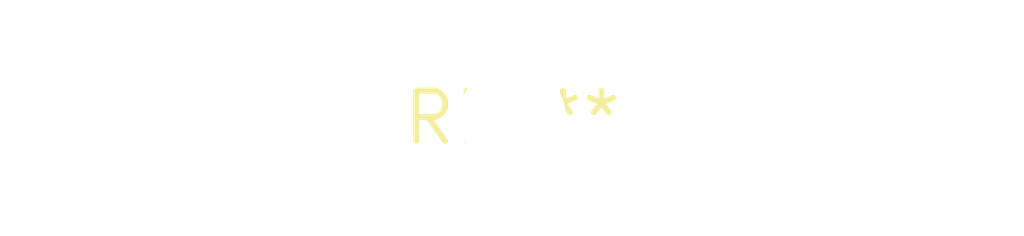
<source format=kicad_pcb>
(kicad_pcb (version 20240108) (generator pcbnew)
  (layers (0 "F.Cu" signal) (31 "B.Cu" signal) (34 "B.Paste" user) (35 "F.Paste" user) (36 "B.SilkS" user "B.Silkscreen") (37 "F.SilkS" user "F.Silkscreen") (38 "B.Mask" user) (39 "F.Mask" user) (44 "Edge.Cuts" user))
  (net 0 "")
  (footprint "MountingHole_2.7mm_M2.5" (layer "F.Cu") (at 0 0)
    (property "Reference" "REF**")
    (property "Value" "MountingHole_2.7mm_M2.5")
    (pad "" np_thru_hole circle (at 0 0) (size 2.7 2.7) (drill 2.7) (layers *.Cu *.Mask))
  )
)
</source>
